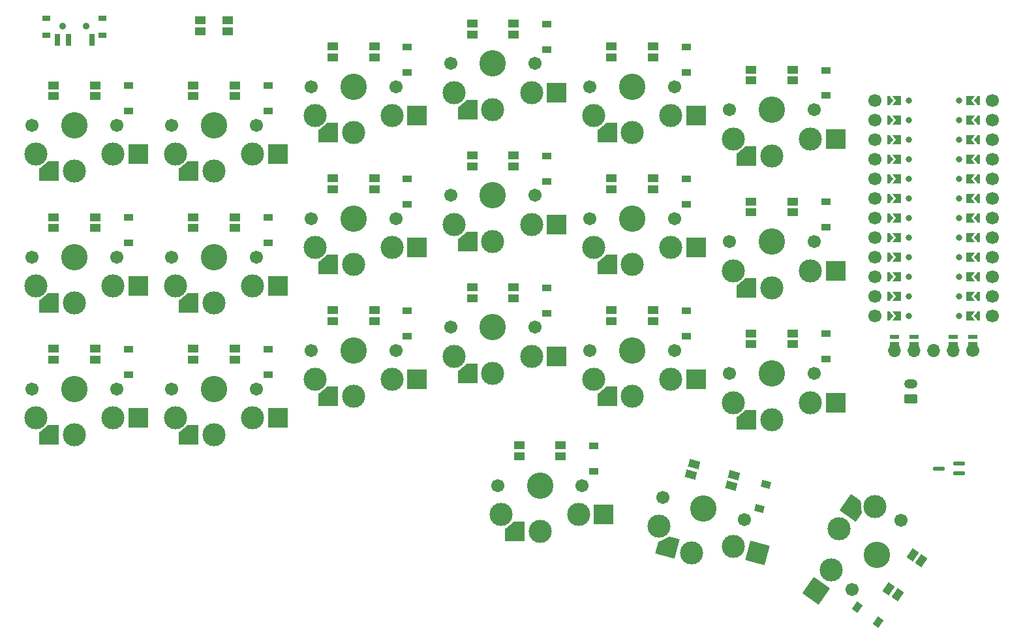
<source format=gbr>
%TF.GenerationSoftware,KiCad,Pcbnew,8.0.5*%
%TF.CreationDate,2024-11-11T15:34:28+00:00*%
%TF.ProjectId,kybd,6b796264-2e6b-4696-9361-645f70636258,v1.0.0*%
%TF.SameCoordinates,Original*%
%TF.FileFunction,Soldermask,Top*%
%TF.FilePolarity,Negative*%
%FSLAX46Y46*%
G04 Gerber Fmt 4.6, Leading zero omitted, Abs format (unit mm)*
G04 Created by KiCad (PCBNEW 8.0.5) date 2024-11-11 15:34:28*
%MOMM*%
%LPD*%
G01*
G04 APERTURE LIST*
G04 Aperture macros list*
%AMRoundRect*
0 Rectangle with rounded corners*
0 $1 Rounding radius*
0 $2 $3 $4 $5 $6 $7 $8 $9 X,Y pos of 4 corners*
0 Add a 4 corners polygon primitive as box body*
4,1,4,$2,$3,$4,$5,$6,$7,$8,$9,$2,$3,0*
0 Add four circle primitives for the rounded corners*
1,1,$1+$1,$2,$3*
1,1,$1+$1,$4,$5*
1,1,$1+$1,$6,$7*
1,1,$1+$1,$8,$9*
0 Add four rect primitives between the rounded corners*
20,1,$1+$1,$2,$3,$4,$5,0*
20,1,$1+$1,$4,$5,$6,$7,0*
20,1,$1+$1,$6,$7,$8,$9,0*
20,1,$1+$1,$8,$9,$2,$3,0*%
%AMRotRect*
0 Rectangle, with rotation*
0 The origin of the aperture is its center*
0 $1 length*
0 $2 width*
0 $3 Rotation angle, in degrees counterclockwise*
0 Add horizontal line*
21,1,$1,$2,0,0,$3*%
%AMFreePoly0*
4,1,6,1.300000,-0.250000,0.050000,-1.300000,-1.300000,-1.300000,-1.300000,1.300000,1.300000,1.300000,1.300000,-0.250000,1.300000,-0.250000,$1*%
%AMFreePoly1*
4,1,6,0.500000,-0.625000,-0.650000,-0.625000,-0.150000,0.000000,-0.650000,0.625000,0.500000,0.625000,0.500000,-0.625000,0.500000,-0.625000,$1*%
%AMFreePoly2*
4,1,6,0.250000,0.000000,-0.250000,-0.625000,-0.500000,-0.625000,-0.500000,0.625000,-0.250000,0.625000,0.250000,0.000000,0.250000,0.000000,$1*%
G04 Aperture macros list end*
%ADD10RotRect,0.900000X1.200000X255.000000*%
%ADD11R,1.400000X1.050000*%
%ADD12R,1.200000X0.900000*%
%ADD13C,1.701800*%
%ADD14C,3.000000*%
%ADD15C,3.429000*%
%ADD16FreePoly0,180.000000*%
%ADD17R,2.600000X2.600000*%
%ADD18O,1.700000X1.700000*%
%ADD19C,1.700000*%
%ADD20R,1.200000X0.600000*%
%ADD21FreePoly0,165.000000*%
%ADD22RotRect,2.600000X2.600000X165.000000*%
%ADD23FreePoly0,55.000000*%
%ADD24RotRect,2.600000X2.600000X55.000000*%
%ADD25C,0.800000*%
%ADD26FreePoly1,180.000000*%
%ADD27FreePoly2,180.000000*%
%ADD28FreePoly2,0.000000*%
%ADD29FreePoly1,0.000000*%
%ADD30RotRect,0.900000X1.200000X145.000000*%
%ADD31RoundRect,0.240000X0.635000X-0.360000X0.635000X0.360000X-0.635000X0.360000X-0.635000X-0.360000X0*%
%ADD32O,1.750000X1.200000*%
%ADD33R,1.400000X1.000000*%
%ADD34RotRect,1.400000X1.000000X235.000000*%
%ADD35RotRect,1.400000X1.000000X165.000000*%
%ADD36R,1.000000X0.800000*%
%ADD37C,0.900000*%
%ADD38R,0.700000X1.500000*%
%ADD39RoundRect,0.112500X0.637500X-0.112500X0.637500X0.112500X-0.637500X0.112500X-0.637500X-0.112500X0*%
G04 APERTURE END LIST*
D10*
%TO.C,D20*%
X164744350Y-87337222D03*
X163890250Y-90524778D03*
%TD*%
D11*
%TO.C,SW1*%
X91300000Y-28620000D03*
X94900000Y-28620000D03*
X91300000Y-27180000D03*
X94900000Y-27180000D03*
%TD*%
D12*
%TO.C,D5*%
X100100000Y-52750000D03*
X100100000Y-56050000D03*
%TD*%
%TO.C,D17*%
X172500000Y-50750000D03*
X172500000Y-54050000D03*
%TD*%
D13*
%TO.C,S20*%
X140900000Y-87500000D03*
D14*
X140400000Y-91250000D03*
X135400000Y-93450000D03*
D15*
X135400000Y-87500000D03*
D14*
X130400000Y-91250000D03*
D13*
X129900000Y-87500000D03*
D16*
X132125000Y-93450000D03*
D17*
X143675000Y-91250000D03*
%TD*%
D13*
%TO.C,S10*%
X116700000Y-35800000D03*
D14*
X116200000Y-39550000D03*
X111200000Y-41750000D03*
D15*
X111200000Y-35800000D03*
D14*
X106200000Y-39550000D03*
D13*
X105700000Y-35800000D03*
D16*
X107925000Y-41750000D03*
D17*
X119475000Y-39550000D03*
%TD*%
D13*
%TO.C,S8*%
X116700000Y-70000000D03*
D14*
X116200000Y-73750000D03*
X111200000Y-75950000D03*
D15*
X111200000Y-70000000D03*
D14*
X106200000Y-73750000D03*
D13*
X105700000Y-70000000D03*
D16*
X107925000Y-75950000D03*
D17*
X119475000Y-73750000D03*
%TD*%
D12*
%TO.C,D19*%
X142400000Y-82350000D03*
X142400000Y-85650000D03*
%TD*%
D13*
%TO.C,S4*%
X80500000Y-40800000D03*
D14*
X80000000Y-44550000D03*
X75000000Y-46750000D03*
D15*
X75000000Y-40800000D03*
D14*
X70000000Y-44550000D03*
D13*
X69500000Y-40800000D03*
D16*
X71725000Y-46750000D03*
D17*
X83275000Y-44550000D03*
%TD*%
D12*
%TO.C,D10*%
X136300000Y-61850000D03*
X136300000Y-65150000D03*
%TD*%
%TO.C,D15*%
X154400000Y-30650000D03*
X154400000Y-33950000D03*
%TD*%
D13*
%TO.C,S14*%
X152900000Y-70000000D03*
D14*
X152400000Y-73750000D03*
X147400000Y-75950000D03*
D15*
X147400000Y-70000000D03*
D14*
X142400000Y-73750000D03*
D13*
X141900000Y-70000000D03*
D16*
X144125000Y-75950000D03*
D17*
X155675000Y-73750000D03*
%TD*%
D13*
%TO.C,S2*%
X80500000Y-75000000D03*
D14*
X80000000Y-78750000D03*
X75000000Y-80950000D03*
D15*
X75000000Y-75000000D03*
D14*
X70000000Y-78750000D03*
D13*
X69500000Y-75000000D03*
D16*
X71725000Y-80950000D03*
D17*
X83275000Y-78750000D03*
%TD*%
D12*
%TO.C,D8*%
X118200000Y-47750000D03*
X118200000Y-51050000D03*
%TD*%
D13*
%TO.C,S5*%
X98600000Y-75000000D03*
D14*
X98100000Y-78750000D03*
X93100000Y-80950000D03*
D15*
X93100000Y-75000000D03*
D14*
X88100000Y-78750000D03*
D13*
X87600000Y-75000000D03*
D16*
X89825000Y-80950000D03*
D17*
X101375000Y-78750000D03*
%TD*%
D12*
%TO.C,D7*%
X118200000Y-64850000D03*
X118200000Y-68150000D03*
%TD*%
D13*
%TO.C,S18*%
X171000000Y-55900000D03*
D14*
X170500000Y-59650000D03*
X165500000Y-61850000D03*
D15*
X165500000Y-55900000D03*
D14*
X160500000Y-59650000D03*
D13*
X160000000Y-55900000D03*
D16*
X162225000Y-61850000D03*
D17*
X173775000Y-59650000D03*
%TD*%
D12*
%TO.C,D4*%
X100100000Y-69850000D03*
X100100000Y-73150000D03*
%TD*%
D18*
%TO.C,DISP1*%
X181420000Y-70000000D03*
X183960000Y-70000000D03*
X186500000Y-70000000D03*
X189040000Y-70000000D03*
D19*
X191580000Y-70000000D03*
D20*
X181420000Y-69150000D03*
X183960000Y-69150000D03*
X189040000Y-69150000D03*
X191580000Y-69150000D03*
X181420000Y-68250000D03*
X183960000Y-68250000D03*
X189040000Y-68250000D03*
X191580000Y-68250000D03*
%TD*%
D13*
%TO.C,S11*%
X134800000Y-67000000D03*
D14*
X134300000Y-70750000D03*
X129300000Y-72950000D03*
D15*
X129300000Y-67000000D03*
D14*
X124300000Y-70750000D03*
D13*
X123800000Y-67000000D03*
D16*
X126025000Y-72950000D03*
D17*
X137575000Y-70750000D03*
%TD*%
D12*
%TO.C,D6*%
X100100000Y-35650000D03*
X100100000Y-38950000D03*
%TD*%
%TO.C,D1*%
X82000000Y-69850000D03*
X82000000Y-73150000D03*
%TD*%
D13*
%TO.C,S17*%
X171000000Y-73000000D03*
D14*
X170500000Y-76750000D03*
X165500000Y-78950000D03*
D15*
X165500000Y-73000000D03*
D14*
X160500000Y-76750000D03*
D13*
X160000000Y-73000000D03*
D16*
X162225000Y-78950000D03*
D17*
X173775000Y-76750000D03*
%TD*%
D13*
%TO.C,S6*%
X98600000Y-57900000D03*
D14*
X98100000Y-61650000D03*
X93100000Y-63850000D03*
D15*
X93100000Y-57900000D03*
D14*
X88100000Y-61650000D03*
D13*
X87600000Y-57900000D03*
D16*
X89825000Y-63850000D03*
D17*
X101375000Y-61650000D03*
%TD*%
D13*
%TO.C,S15*%
X152900000Y-52900000D03*
D14*
X152400000Y-56650000D03*
X147400000Y-58850000D03*
D15*
X147400000Y-52900000D03*
D14*
X142400000Y-56650000D03*
D13*
X141900000Y-52900000D03*
D16*
X144125000Y-58850000D03*
D17*
X155675000Y-56650000D03*
%TD*%
D12*
%TO.C,D13*%
X154400000Y-64850000D03*
X154400000Y-68150000D03*
%TD*%
D13*
%TO.C,S21*%
X161962592Y-91923505D03*
D14*
X160509058Y-95416317D03*
X155110027Y-96247259D03*
D15*
X156650000Y-90500000D03*
D14*
X150849799Y-92828127D03*
D13*
X151337408Y-89076495D03*
D21*
X151946620Y-95399626D03*
D22*
X163672465Y-96263949D03*
%TD*%
D13*
%TO.C,S1*%
X175953130Y-101022836D03*
D14*
X173168098Y-98462349D03*
X174233845Y-93104720D03*
D15*
X179107800Y-96517500D03*
D14*
X178903862Y-90270828D03*
D13*
X182262470Y-92012164D03*
D23*
X176112308Y-90421997D03*
D24*
X171289635Y-101145072D03*
%TD*%
D12*
%TO.C,D3*%
X82000000Y-35650000D03*
X82000000Y-38950000D03*
%TD*%
D13*
%TO.C,S19*%
X171000000Y-38800000D03*
D14*
X170500000Y-42550000D03*
X165500000Y-44750000D03*
D15*
X165500000Y-38800000D03*
D14*
X160500000Y-42550000D03*
D13*
X160000000Y-38800000D03*
D16*
X162225000Y-44750000D03*
D17*
X173775000Y-42550000D03*
%TD*%
D25*
%TO.C,MCU1*%
X189762000Y-37600000D03*
D26*
X191275000Y-37600000D03*
D27*
X192000000Y-37600000D03*
D19*
X194120000Y-37600000D03*
D25*
X189762000Y-40140000D03*
D26*
X191275000Y-40140000D03*
D27*
X192000000Y-40140000D03*
D19*
X194120000Y-40140000D03*
D25*
X189762000Y-42680000D03*
D26*
X191275000Y-42680000D03*
D27*
X192000000Y-42680000D03*
D19*
X194120000Y-42680000D03*
D25*
X189762000Y-45220000D03*
D26*
X191275000Y-45220000D03*
D27*
X192000000Y-45220000D03*
D19*
X194120000Y-45220000D03*
D25*
X189762000Y-47760000D03*
D26*
X191275000Y-47760000D03*
D27*
X192000000Y-47760000D03*
D19*
X194120000Y-47760000D03*
D25*
X189762000Y-50300000D03*
D26*
X191275000Y-50300000D03*
D27*
X192000000Y-50300000D03*
D19*
X194120000Y-50300000D03*
D25*
X189762000Y-52840000D03*
D26*
X191275000Y-52840000D03*
D27*
X192000000Y-52840000D03*
D19*
X194120000Y-52840000D03*
D25*
X189762000Y-55380000D03*
D26*
X191275000Y-55380000D03*
D27*
X192000000Y-55380000D03*
D19*
X194120000Y-55380000D03*
D25*
X189762000Y-57920000D03*
D26*
X191275000Y-57920000D03*
D27*
X192000000Y-57920000D03*
D19*
X194120000Y-57920000D03*
D25*
X189762000Y-60460000D03*
D26*
X191275000Y-60460000D03*
D27*
X192000000Y-60460000D03*
D19*
X194120000Y-60460000D03*
D25*
X189762000Y-63000000D03*
D26*
X191275000Y-63000000D03*
D27*
X192000000Y-63000000D03*
D19*
X194120000Y-63000000D03*
D25*
X189762000Y-65540000D03*
D26*
X191275000Y-65540000D03*
D27*
X192000000Y-65540000D03*
D19*
X194120000Y-65540000D03*
X178880000Y-65540000D03*
D28*
X181000000Y-65540000D03*
D19*
X178880000Y-63000000D03*
D28*
X181000000Y-63000000D03*
D19*
X178880000Y-60460000D03*
D28*
X181000000Y-60460000D03*
D19*
X178880000Y-57920000D03*
D28*
X181000000Y-57920000D03*
D19*
X178880000Y-55380000D03*
D28*
X181000000Y-55380000D03*
D19*
X178880000Y-52840000D03*
D28*
X181000000Y-52840000D03*
D19*
X178880000Y-50300000D03*
D28*
X181000000Y-50300000D03*
D19*
X178880000Y-47760000D03*
D28*
X181000000Y-47760000D03*
D19*
X178880000Y-45220000D03*
D28*
X181000000Y-45220000D03*
D19*
X178880000Y-42680000D03*
D28*
X181000000Y-42680000D03*
D19*
X178880000Y-40140000D03*
D28*
X181000000Y-40140000D03*
D19*
X178880000Y-37600000D03*
D28*
X181000000Y-37600000D03*
D29*
X181725000Y-65540000D03*
D25*
X183238000Y-65540000D03*
D29*
X181725000Y-63000000D03*
D25*
X183238000Y-63000000D03*
D29*
X181725000Y-60460000D03*
D25*
X183238000Y-60460000D03*
D29*
X181725000Y-57920000D03*
D25*
X183238000Y-57920000D03*
D29*
X181725000Y-55380000D03*
D25*
X183238000Y-55380000D03*
D29*
X181725000Y-52840000D03*
D25*
X183238000Y-52840000D03*
D29*
X181725000Y-50300000D03*
D25*
X183238000Y-50300000D03*
D29*
X181725000Y-47760000D03*
D25*
X183238000Y-47760000D03*
D29*
X181725000Y-45220000D03*
D25*
X183238000Y-45220000D03*
D29*
X181725000Y-42680000D03*
D25*
X183238000Y-42680000D03*
D29*
X181725000Y-40140000D03*
D25*
X183238000Y-40140000D03*
D29*
X181725000Y-37600000D03*
D25*
X183238000Y-37600000D03*
%TD*%
D13*
%TO.C,S7*%
X98600000Y-40800000D03*
D14*
X98100000Y-44550000D03*
X93100000Y-46750000D03*
D15*
X93100000Y-40800000D03*
D14*
X88100000Y-44550000D03*
D13*
X87600000Y-40800000D03*
D16*
X89825000Y-46750000D03*
D17*
X101375000Y-44550000D03*
%TD*%
D30*
%TO.C,D21*%
X179311401Y-105205501D03*
X176608199Y-103312699D03*
%TD*%
D12*
%TO.C,D11*%
X136300000Y-44750000D03*
X136300000Y-48050000D03*
%TD*%
%TO.C,D16*%
X172500000Y-67850000D03*
X172500000Y-71150000D03*
%TD*%
%TO.C,D18*%
X172500000Y-33650000D03*
X172500000Y-36950000D03*
%TD*%
D31*
%TO.C,JST1*%
X183500000Y-76300000D03*
D32*
X183500000Y-74300000D03*
%TD*%
D13*
%TO.C,S9*%
X116700000Y-52900000D03*
D14*
X116200000Y-56650000D03*
X111200000Y-58850000D03*
D15*
X111200000Y-52900000D03*
D14*
X106200000Y-56650000D03*
D13*
X105700000Y-52900000D03*
D16*
X107925000Y-58850000D03*
D17*
X119475000Y-56650000D03*
%TD*%
D12*
%TO.C,D14*%
X154400000Y-47750000D03*
X154400000Y-51050000D03*
%TD*%
D13*
%TO.C,S12*%
X134800000Y-49900000D03*
D14*
X134300000Y-53650000D03*
X129300000Y-55850000D03*
D15*
X129300000Y-49900000D03*
D14*
X124300000Y-53650000D03*
D13*
X123800000Y-49900000D03*
D16*
X126025000Y-55850000D03*
D17*
X137575000Y-53650000D03*
%TD*%
D12*
%TO.C,D2*%
X82000000Y-52750000D03*
X82000000Y-56050000D03*
%TD*%
%TO.C,D12*%
X136300000Y-27650000D03*
X136300000Y-30950000D03*
%TD*%
D13*
%TO.C,S16*%
X152900000Y-35800000D03*
D14*
X152400000Y-39550000D03*
X147400000Y-41750000D03*
D15*
X147400000Y-35800000D03*
D14*
X142400000Y-39550000D03*
D13*
X141900000Y-35800000D03*
D16*
X144125000Y-41750000D03*
D17*
X155675000Y-39550000D03*
%TD*%
D12*
%TO.C,D9*%
X118200000Y-30650000D03*
X118200000Y-33950000D03*
%TD*%
D13*
%TO.C,S13*%
X134800000Y-32800000D03*
D14*
X134300000Y-36550000D03*
X129300000Y-38750000D03*
D15*
X129300000Y-32800000D03*
D14*
X124300000Y-36550000D03*
D13*
X123800000Y-32800000D03*
D16*
X126025000Y-38750000D03*
D17*
X137575000Y-36550000D03*
%TD*%
D13*
%TO.C,S3*%
X80500000Y-57900000D03*
D14*
X80000000Y-61650000D03*
X75000000Y-63850000D03*
D15*
X75000000Y-57900000D03*
D14*
X70000000Y-61650000D03*
D13*
X69500000Y-57900000D03*
D16*
X71725000Y-63850000D03*
D17*
X83275000Y-61650000D03*
%TD*%
D33*
%TO.C,LED3*%
X132000000Y-27600000D03*
X132000000Y-29000000D03*
X126600000Y-29000000D03*
X126600000Y-27600000D03*
%TD*%
%TO.C,LED1*%
X168200000Y-33600000D03*
X168200000Y-35000000D03*
X162800000Y-35000000D03*
X162800000Y-33600000D03*
%TD*%
%TO.C,LED18*%
X77700000Y-69800000D03*
X77700000Y-71200000D03*
X72300000Y-71200000D03*
X72300000Y-69800000D03*
%TD*%
%TO.C,LED15*%
X132000000Y-61800000D03*
X132000000Y-63200000D03*
X126600000Y-63200000D03*
X126600000Y-61800000D03*
%TD*%
D34*
%TO.C,LED21*%
X181818750Y-101711814D03*
X180671937Y-100908807D03*
X183769250Y-96485386D03*
X184916063Y-97288393D03*
%TD*%
D33*
%TO.C,LED6*%
X77700000Y-35600000D03*
X77700000Y-37000000D03*
X72300000Y-37000000D03*
X72300000Y-35600000D03*
%TD*%
%TO.C,LED11*%
X144700000Y-49100000D03*
X144700000Y-47700000D03*
X150100000Y-47700000D03*
X150100000Y-49100000D03*
%TD*%
D35*
%TO.C,LED20*%
X155025527Y-86130637D03*
X155387874Y-84778340D03*
X160603873Y-86175963D03*
X160241526Y-87528260D03*
%TD*%
D33*
%TO.C,LED7*%
X72300000Y-54100000D03*
X72300000Y-52700000D03*
X77700000Y-52700000D03*
X77700000Y-54100000D03*
%TD*%
%TO.C,LED17*%
X95800000Y-69800000D03*
X95800000Y-71200000D03*
X90400000Y-71200000D03*
X90400000Y-69800000D03*
%TD*%
%TO.C,LED19*%
X132700000Y-83700000D03*
X132700000Y-82300000D03*
X138100000Y-82300000D03*
X138100000Y-83700000D03*
%TD*%
%TO.C,LED9*%
X108500000Y-49100000D03*
X108500000Y-47700000D03*
X113900000Y-47700000D03*
X113900000Y-49100000D03*
%TD*%
%TO.C,LED14*%
X150100000Y-64800000D03*
X150100000Y-66200000D03*
X144700000Y-66200000D03*
X144700000Y-64800000D03*
%TD*%
%TO.C,LED5*%
X95800000Y-35600000D03*
X95800000Y-37000000D03*
X90400000Y-37000000D03*
X90400000Y-35600000D03*
%TD*%
%TO.C,LED12*%
X162800000Y-52100000D03*
X162800000Y-50700000D03*
X168200000Y-50700000D03*
X168200000Y-52100000D03*
%TD*%
%TO.C,LED10*%
X126600000Y-46100000D03*
X126600000Y-44700000D03*
X132000000Y-44700000D03*
X132000000Y-46100000D03*
%TD*%
D36*
%TO.C,PWR1*%
X71350000Y-29085000D03*
X78650000Y-29085000D03*
D37*
X73500000Y-27975000D03*
X76500000Y-27975000D03*
D36*
X71350000Y-26875000D03*
X78650000Y-26875000D03*
D38*
X77250000Y-29735000D03*
X74250000Y-29735000D03*
X72750000Y-29735000D03*
%TD*%
D33*
%TO.C,LED4*%
X113900000Y-30600000D03*
X113900000Y-32000000D03*
X108500000Y-32000000D03*
X108500000Y-30600000D03*
%TD*%
D39*
%TO.C,D22*%
X189830000Y-85950000D03*
X189830000Y-84650000D03*
X187170000Y-85300000D03*
%TD*%
D33*
%TO.C,LED13*%
X168200000Y-67800000D03*
X168200000Y-69200000D03*
X162800000Y-69200000D03*
X162800000Y-67800000D03*
%TD*%
%TO.C,LED8*%
X90400000Y-54100000D03*
X90400000Y-52700000D03*
X95800000Y-52700000D03*
X95800000Y-54100000D03*
%TD*%
%TO.C,LED16*%
X113900000Y-64800000D03*
X113900000Y-66200000D03*
X108500000Y-66200000D03*
X108500000Y-64800000D03*
%TD*%
%TO.C,LED2*%
X150100000Y-30600000D03*
X150100000Y-32000000D03*
X144700000Y-32000000D03*
X144700000Y-30600000D03*
%TD*%
M02*

</source>
